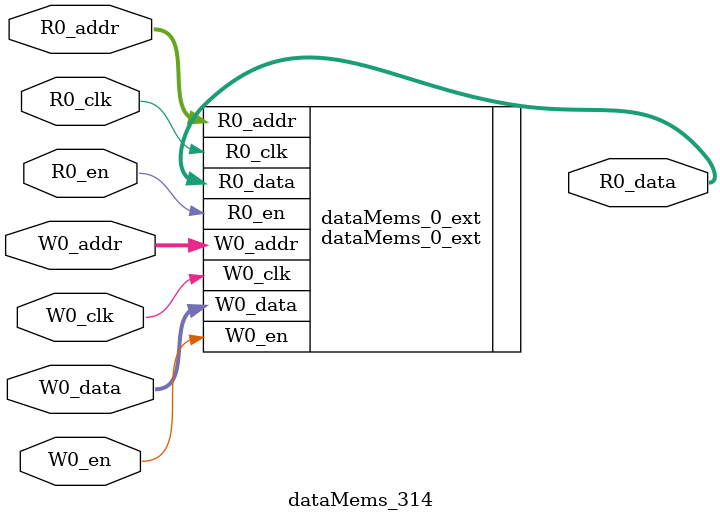
<source format=sv>
`ifndef RANDOMIZE
  `ifdef RANDOMIZE_REG_INIT
    `define RANDOMIZE
  `endif // RANDOMIZE_REG_INIT
`endif // not def RANDOMIZE
`ifndef RANDOMIZE
  `ifdef RANDOMIZE_MEM_INIT
    `define RANDOMIZE
  `endif // RANDOMIZE_MEM_INIT
`endif // not def RANDOMIZE

`ifndef RANDOM
  `define RANDOM $random
`endif // not def RANDOM

// Users can define 'PRINTF_COND' to add an extra gate to prints.
`ifndef PRINTF_COND_
  `ifdef PRINTF_COND
    `define PRINTF_COND_ (`PRINTF_COND)
  `else  // PRINTF_COND
    `define PRINTF_COND_ 1
  `endif // PRINTF_COND
`endif // not def PRINTF_COND_

// Users can define 'ASSERT_VERBOSE_COND' to add an extra gate to assert error printing.
`ifndef ASSERT_VERBOSE_COND_
  `ifdef ASSERT_VERBOSE_COND
    `define ASSERT_VERBOSE_COND_ (`ASSERT_VERBOSE_COND)
  `else  // ASSERT_VERBOSE_COND
    `define ASSERT_VERBOSE_COND_ 1
  `endif // ASSERT_VERBOSE_COND
`endif // not def ASSERT_VERBOSE_COND_

// Users can define 'STOP_COND' to add an extra gate to stop conditions.
`ifndef STOP_COND_
  `ifdef STOP_COND
    `define STOP_COND_ (`STOP_COND)
  `else  // STOP_COND
    `define STOP_COND_ 1
  `endif // STOP_COND
`endif // not def STOP_COND_

// Users can define INIT_RANDOM as general code that gets injected into the
// initializer block for modules with registers.
`ifndef INIT_RANDOM
  `define INIT_RANDOM
`endif // not def INIT_RANDOM

// If using random initialization, you can also define RANDOMIZE_DELAY to
// customize the delay used, otherwise 0.002 is used.
`ifndef RANDOMIZE_DELAY
  `define RANDOMIZE_DELAY 0.002
`endif // not def RANDOMIZE_DELAY

// Define INIT_RANDOM_PROLOG_ for use in our modules below.
`ifndef INIT_RANDOM_PROLOG_
  `ifdef RANDOMIZE
    `ifdef VERILATOR
      `define INIT_RANDOM_PROLOG_ `INIT_RANDOM
    `else  // VERILATOR
      `define INIT_RANDOM_PROLOG_ `INIT_RANDOM #`RANDOMIZE_DELAY begin end
    `endif // VERILATOR
  `else  // RANDOMIZE
    `define INIT_RANDOM_PROLOG_
  `endif // RANDOMIZE
`endif // not def INIT_RANDOM_PROLOG_

// Include register initializers in init blocks unless synthesis is set
`ifndef SYNTHESIS
  `ifndef ENABLE_INITIAL_REG_
    `define ENABLE_INITIAL_REG_
  `endif // not def ENABLE_INITIAL_REG_
`endif // not def SYNTHESIS

// Include rmemory initializers in init blocks unless synthesis is set
`ifndef SYNTHESIS
  `ifndef ENABLE_INITIAL_MEM_
    `define ENABLE_INITIAL_MEM_
  `endif // not def ENABLE_INITIAL_MEM_
`endif // not def SYNTHESIS

module dataMems_314(	// @[generators/ara/src/main/scala/UnsafeAXI4ToTL.scala:365:62]
  input  [4:0]  R0_addr,
  input         R0_en,
  input         R0_clk,
  output [66:0] R0_data,
  input  [4:0]  W0_addr,
  input         W0_en,
  input         W0_clk,
  input  [66:0] W0_data
);

  dataMems_0_ext dataMems_0_ext (	// @[generators/ara/src/main/scala/UnsafeAXI4ToTL.scala:365:62]
    .R0_addr (R0_addr),
    .R0_en   (R0_en),
    .R0_clk  (R0_clk),
    .R0_data (R0_data),
    .W0_addr (W0_addr),
    .W0_en   (W0_en),
    .W0_clk  (W0_clk),
    .W0_data (W0_data)
  );
endmodule


</source>
